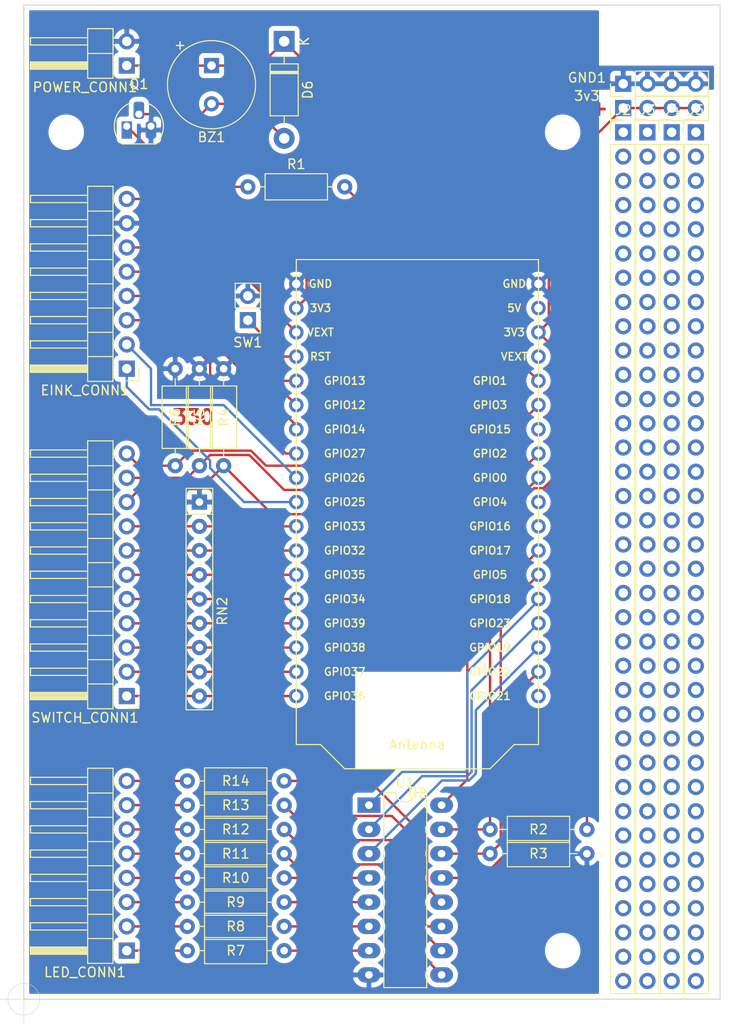
<source format=kicad_pcb>
(kicad_pcb (version 20171130) (host pcbnew 5.1.9+dfsg1-1)
  (layers (0 F.Cu signal) (31 B.Cu signal) (37 F.SilkS user) (38 B.Mask user) (39 F.Mask user) (44 Edge.Cuts user))
  (net 0 "")
  (net 1 "Net-(BZ1-Pad2)")
  (net 2 VCC)
  (net 3 GND)
  (net 4 "Net-(J2-Pad8)")
  (net 5 "Net-(J2-Pad7)")
  (net 6 "Net-(J2-Pad6)")
  (net 7 "Net-(J2-Pad5)")
  (net 8 "Net-(J2-Pad4)")
  (net 9 "Net-(J2-Pad3)")
  (net 10 "Net-(J2-Pad2)")
  (net 11 "Net-(J2-Pad1)")
  (net 12 /SW7)
  (net 13 /SW6)
  (net 14 /SW5)
  (net 15 /SW4)
  (net 16 /SW3)
  (net 17 /SW2)
  (net 18 /SW1)
  (net 19 /SW0)
  (net 20 "Net-(Q1-Pad1)")
  (net 21 /BUZZER)
  (net 22 "Net-(R2-Pad1)")
  (net 23 "Net-(R3-Pad1)")
  (net 24 /SELECT)
  (net 25 /P_PAGE)
  (net 26 /N_PAGE)
  (net 27 /LED0)
  (net 28 /LED1)
  (net 29 /LED2)
  (net 30 /LED3)
  (net 31 /LED4)
  (net 32 /LED5)
  (net 33 /LED6)
  (net 34 /LED7)
  (net 35 "Net-(SW1-Pad1)")
  (net 36 "Net-(U1-Pad13)")
  (net 37 "Net-(U1-Pad3)")
  (net 38 "Net-(U1-Pad2)")
  (net 39 "Net-(U1-Pad1)")
  (net 40 "Net-(U2-Pad35)")
  (net 41 +3V3)
  (net 42 "Net-(U2-Pad30)")
  (net 43 "Net-(U2-Pad27)")
  (net 44 "Net-(U2-Pad26)")
  (net 45 "Net-(U2-Pad19)")
  (net 46 "Net-(LED_CONN1-Pad8)")
  (net 47 "Net-(LED_CONN1-Pad7)")
  (net 48 "Net-(LED_CONN1-Pad6)")
  (net 49 "Net-(LED_CONN1-Pad5)")
  (net 50 "Net-(LED_CONN1-Pad4)")
  (net 51 "Net-(LED_CONN1-Pad3)")
  (net 52 "Net-(LED_CONN1-Pad2)")
  (net 53 "Net-(LED_CONN1-Pad1)")
  (net 54 "Net-(J2-Pad36)")
  (net 55 "Net-(J2-Pad35)")
  (net 56 "Net-(J2-Pad34)")
  (net 57 "Net-(J2-Pad33)")
  (net 58 "Net-(J2-Pad32)")
  (net 59 "Net-(J2-Pad31)")
  (net 60 "Net-(J2-Pad30)")
  (net 61 "Net-(J2-Pad29)")
  (net 62 "Net-(J2-Pad28)")
  (net 63 "Net-(J2-Pad27)")
  (net 64 "Net-(J2-Pad26)")
  (net 65 "Net-(J2-Pad25)")
  (net 66 "Net-(J2-Pad24)")
  (net 67 "Net-(J2-Pad23)")
  (net 68 "Net-(J2-Pad22)")
  (net 69 "Net-(J2-Pad21)")
  (net 70 "Net-(J2-Pad20)")
  (net 71 "Net-(J2-Pad19)")
  (net 72 "Net-(J2-Pad18)")
  (net 73 "Net-(J2-Pad17)")
  (net 74 "Net-(J2-Pad16)")
  (net 75 "Net-(J2-Pad15)")
  (net 76 "Net-(J2-Pad14)")
  (net 77 "Net-(J2-Pad13)")
  (net 78 "Net-(J2-Pad12)")
  (net 79 "Net-(J2-Pad11)")
  (net 80 "Net-(J2-Pad10)")
  (net 81 "Net-(J2-Pad9)")
  (net 82 "Net-(J3-Pad36)")
  (net 83 "Net-(J3-Pad35)")
  (net 84 "Net-(J3-Pad34)")
  (net 85 "Net-(J3-Pad33)")
  (net 86 "Net-(J3-Pad32)")
  (net 87 "Net-(J3-Pad31)")
  (net 88 "Net-(J3-Pad30)")
  (net 89 "Net-(J3-Pad29)")
  (net 90 "Net-(J3-Pad28)")
  (net 91 "Net-(J3-Pad27)")
  (net 92 "Net-(J3-Pad26)")
  (net 93 "Net-(J3-Pad25)")
  (net 94 "Net-(J3-Pad24)")
  (net 95 "Net-(J3-Pad23)")
  (net 96 "Net-(J3-Pad22)")
  (net 97 "Net-(J3-Pad21)")
  (net 98 "Net-(J3-Pad20)")
  (net 99 "Net-(J3-Pad19)")
  (net 100 "Net-(J3-Pad18)")
  (net 101 "Net-(J3-Pad17)")
  (net 102 "Net-(J3-Pad16)")
  (net 103 "Net-(J3-Pad15)")
  (net 104 "Net-(J3-Pad14)")
  (net 105 "Net-(J3-Pad13)")
  (net 106 "Net-(J3-Pad12)")
  (net 107 "Net-(J3-Pad11)")
  (net 108 "Net-(J3-Pad10)")
  (net 109 "Net-(J3-Pad9)")
  (net 110 "Net-(J3-Pad8)")
  (net 111 "Net-(J3-Pad7)")
  (net 112 "Net-(J3-Pad6)")
  (net 113 "Net-(J3-Pad5)")
  (net 114 "Net-(J3-Pad4)")
  (net 115 "Net-(J3-Pad3)")
  (net 116 "Net-(J3-Pad2)")
  (net 117 "Net-(J3-Pad1)")
  (net 118 "Net-(J4-Pad36)")
  (net 119 "Net-(J4-Pad35)")
  (net 120 "Net-(J4-Pad34)")
  (net 121 "Net-(J4-Pad33)")
  (net 122 "Net-(J4-Pad32)")
  (net 123 "Net-(J4-Pad31)")
  (net 124 "Net-(J4-Pad30)")
  (net 125 "Net-(J4-Pad29)")
  (net 126 "Net-(J4-Pad28)")
  (net 127 "Net-(J4-Pad27)")
  (net 128 "Net-(J4-Pad26)")
  (net 129 "Net-(J4-Pad25)")
  (net 130 "Net-(J4-Pad24)")
  (net 131 "Net-(J4-Pad23)")
  (net 132 "Net-(J4-Pad22)")
  (net 133 "Net-(J4-Pad21)")
  (net 134 "Net-(J4-Pad20)")
  (net 135 "Net-(J4-Pad19)")
  (net 136 "Net-(J4-Pad18)")
  (net 137 "Net-(J4-Pad17)")
  (net 138 "Net-(J4-Pad16)")
  (net 139 "Net-(J4-Pad15)")
  (net 140 "Net-(J4-Pad14)")
  (net 141 "Net-(J4-Pad13)")
  (net 142 "Net-(J4-Pad12)")
  (net 143 "Net-(J4-Pad11)")
  (net 144 "Net-(J4-Pad10)")
  (net 145 "Net-(J4-Pad9)")
  (net 146 "Net-(J4-Pad8)")
  (net 147 "Net-(J4-Pad7)")
  (net 148 "Net-(J4-Pad6)")
  (net 149 "Net-(J4-Pad5)")
  (net 150 "Net-(J4-Pad4)")
  (net 151 "Net-(J4-Pad3)")
  (net 152 "Net-(J4-Pad2)")
  (net 153 "Net-(J4-Pad1)")
  (net 154 "Net-(J5-Pad36)")
  (net 155 "Net-(J5-Pad35)")
  (net 156 "Net-(J5-Pad34)")
  (net 157 "Net-(J5-Pad33)")
  (net 158 "Net-(J5-Pad32)")
  (net 159 "Net-(J5-Pad31)")
  (net 160 "Net-(J5-Pad30)")
  (net 161 "Net-(J5-Pad29)")
  (net 162 "Net-(J5-Pad28)")
  (net 163 "Net-(J5-Pad27)")
  (net 164 "Net-(J5-Pad26)")
  (net 165 "Net-(J5-Pad25)")
  (net 166 "Net-(J5-Pad24)")
  (net 167 "Net-(J5-Pad23)")
  (net 168 "Net-(J5-Pad22)")
  (net 169 "Net-(J5-Pad21)")
  (net 170 "Net-(J5-Pad20)")
  (net 171 "Net-(J5-Pad19)")
  (net 172 "Net-(J5-Pad18)")
  (net 173 "Net-(J5-Pad17)")
  (net 174 "Net-(J5-Pad16)")
  (net 175 "Net-(J5-Pad15)")
  (net 176 "Net-(J5-Pad14)")
  (net 177 "Net-(J5-Pad13)")
  (net 178 "Net-(J5-Pad12)")
  (net 179 "Net-(J5-Pad11)")
  (net 180 "Net-(J5-Pad10)")
  (net 181 "Net-(J5-Pad9)")
  (net 182 "Net-(J5-Pad8)")
  (net 183 "Net-(J5-Pad7)")
  (net 184 "Net-(J5-Pad6)")
  (net 185 "Net-(J5-Pad5)")
  (net 186 "Net-(J5-Pad4)")
  (net 187 "Net-(J5-Pad3)")
  (net 188 "Net-(J5-Pad2)")
  (net 189 "Net-(J5-Pad1)")
  (net 190 "Net-(EINK_CONN1-Pad6)")
  (net 191 "Net-(EINK_CONN1-Pad5)")
  (net 192 "Net-(EINK_CONN1-Pad4)")
  (net 193 "Net-(EINK_CONN1-Pad3)")
  (net 194 "Net-(EINK_CONN1-Pad2)")
  (net 195 "Net-(EINK_CONN1-Pad1)")
  (module Resistor_THT:R_Axial_DIN0207_L6.3mm_D2.5mm_P10.16mm_Horizontal (layer F.Cu) (at 30.48 78.74 270)
    (fp_text reference R5 (at 5.08 0 90) (layer F.SilkS))
    (fp_text value 330)
    (pad 2 thru_hole oval (at 10.16 0 270) (size 1.6 1.6) (drill 0.8) (layers *.Cu *.Mask) (net 25 /P_PAGE))
    (pad 1 thru_hole circle (at 0 0 270) (size 1.6 1.6) (drill 0.8) (layers *.Cu *.Mask) (net 3 GND))
  )
  (module Connector_PinHeader_2.54mm:PinHeader_1x04_P2.54mm_Vertical (layer F.Cu) (at 74.93 48.895 90)
    (fp_text reference GND1 (at 0.635 -3.81 180) (layer F.SilkS))
    (fp_text value "BREAD GND")
    (pad 1 thru_hole rect (at 0 0 90) (size 1.7 1.7) (drill 1) (layers *.Cu *.Mask) (net 3 GND))
    (pad 2 thru_hole oval (at 0 2.54 90) (size 1.7 1.7) (drill 1) (layers *.Cu *.Mask) (net 3 GND))
    (pad 3 thru_hole oval (at 0 5.08 90) (size 1.7 1.7) (drill 1) (layers *.Cu *.Mask) (net 3 GND))
    (pad 4 thru_hole oval (at 0 7.62 90) (size 1.7 1.7) (drill 1) (layers *.Cu *.Mask) (net 3 GND))
  )
  (module Connector_PinHeader_2.54mm:PinHeader_1x04_P2.54mm_Vertical (layer F.Cu) (at 74.93 51.435 90)
    (fp_text reference 3v3 (at 1.27 -3.81 180) (layer F.SilkS))
    (fp_text value "BREAD 3v3")
    (pad 1 thru_hole rect (at 0 0 90) (size 1.7 1.7) (drill 1) (layers *.Cu *.Mask) (net 41 +3V3))
    (pad 2 thru_hole oval (at 0 2.54 90) (size 1.7 1.7) (drill 1) (layers *.Cu *.Mask) (net 41 +3V3))
    (pad 3 thru_hole oval (at 0 5.08 90) (size 1.7 1.7) (drill 1) (layers *.Cu *.Mask) (net 41 +3V3))
    (pad 4 thru_hole oval (at 0 7.62 90) (size 1.7 1.7) (drill 1) (layers *.Cu *.Mask) (net 41 +3V3))
  )
  (module MountingHole:MountingHole_2.7mm_M2.5 (layer F.Cu) (at 68.58 139.7)
    (fp_text reference H4 hide)
    (fp_text value MountingHole)
    (pad 1 np_thru_hole circle (at 0 0) (size 2.7 2.7) (drill 2.7) (layers *.Cu *.Mask))
  )
  (module MountingHole:MountingHole_2.7mm_M2.5 (layer F.Cu) (at 68.58 53.975)
    (fp_text reference H3 hide)
    (fp_text value MountingHole)
    (pad 1 np_thru_hole circle (at 0 0) (size 2.7 2.7) (drill 2.7) (layers *.Cu *.Mask))
  )
  (module MountingHole:MountingHole_2.7mm_M2.5 (layer F.Cu) (at 16.51 53.975)
    (fp_text reference H1 hide)
    (fp_text value MountingHole)
    (pad 1 np_thru_hole circle (at 0 0) (size 2.7 2.7) (drill 2.7) (layers *.Cu *.Mask))
  )
  (module Connector_PinHeader_2.54mm:PinHeader_1x36_P2.54mm_Vertical (layer F.Cu) (at 82.55 53.975)
    (fp_text reference J5 (at 0 -2.33) (layer F.SilkS))
    (fp_text value BREADBOARD)
    (pad 36 thru_hole oval (at 0 88.9) (size 1.7 1.7) (drill 1) (layers *.Cu *.Mask) (net 154 "Net-(J5-Pad36)"))
    (pad 35 thru_hole oval (at 0 86.36) (size 1.7 1.7) (drill 1) (layers *.Cu *.Mask) (net 155 "Net-(J5-Pad35)"))
    (pad 34 thru_hole oval (at 0 83.82) (size 1.7 1.7) (drill 1) (layers *.Cu *.Mask) (net 156 "Net-(J5-Pad34)"))
    (pad 33 thru_hole oval (at 0 81.28) (size 1.7 1.7) (drill 1) (layers *.Cu *.Mask) (net 157 "Net-(J5-Pad33)"))
    (pad 32 thru_hole oval (at 0 78.74) (size 1.7 1.7) (drill 1) (layers *.Cu *.Mask) (net 158 "Net-(J5-Pad32)"))
    (pad 31 thru_hole oval (at 0 76.2) (size 1.7 1.7) (drill 1) (layers *.Cu *.Mask) (net 159 "Net-(J5-Pad31)"))
    (pad 30 thru_hole oval (at 0 73.66) (size 1.7 1.7) (drill 1) (layers *.Cu *.Mask) (net 160 "Net-(J5-Pad30)"))
    (pad 29 thru_hole oval (at 0 71.12) (size 1.7 1.7) (drill 1) (layers *.Cu *.Mask) (net 161 "Net-(J5-Pad29)"))
    (pad 28 thru_hole oval (at 0 68.58) (size 1.7 1.7) (drill 1) (layers *.Cu *.Mask) (net 162 "Net-(J5-Pad28)"))
    (pad 27 thru_hole oval (at 0 66.04) (size 1.7 1.7) (drill 1) (layers *.Cu *.Mask) (net 163 "Net-(J5-Pad27)"))
    (pad 26 thru_hole oval (at 0 63.5) (size 1.7 1.7) (drill 1) (layers *.Cu *.Mask) (net 164 "Net-(J5-Pad26)"))
    (pad 25 thru_hole oval (at 0 60.96) (size 1.7 1.7) (drill 1) (layers *.Cu *.Mask) (net 165 "Net-(J5-Pad25)"))
    (pad 24 thru_hole oval (at 0 58.42) (size 1.7 1.7) (drill 1) (layers *.Cu *.Mask) (net 166 "Net-(J5-Pad24)"))
    (pad 23 thru_hole oval (at 0 55.88) (size 1.7 1.7) (drill 1) (layers *.Cu *.Mask) (net 167 "Net-(J5-Pad23)"))
    (pad 22 thru_hole oval (at 0 53.34) (size 1.7 1.7) (drill 1) (layers *.Cu *.Mask) (net 168 "Net-(J5-Pad22)"))
    (pad 21 thru_hole oval (at 0 50.8) (size 1.7 1.7) (drill 1) (layers *.Cu *.Mask) (net 169 "Net-(J5-Pad21)"))
    (pad 20 thru_hole oval (at 0 48.26) (size 1.7 1.7) (drill 1) (layers *.Cu *.Mask) (net 170 "Net-(J5-Pad20)"))
    (pad 19 thru_hole oval (at 0 45.72) (size 1.7 1.7) (drill 1) (layers *.Cu *.Mask) (net 171 "Net-(J5-Pad19)"))
    (pad 18 thru_hole oval (at 0 43.18) (size 1.7 1.7) (drill 1) (layers *.Cu *.Mask) (net 172 "Net-(J5-Pad18)"))
    (pad 17 thru_hole oval (at 0 40.64) (size 1.7 1.7) (drill 1) (layers *.Cu *.Mask) (net 173 "Net-(J5-Pad17)"))
    (pad 16 thru_hole oval (at 0 38.1) (size 1.7 1.7) (drill 1) (layers *.Cu *.Mask) (net 174 "Net-(J5-Pad16)"))
    (pad 15 thru_hole oval (at 0 35.56) (size 1.7 1.7) (drill 1) (layers *.Cu *.Mask) (net 175 "Net-(J5-Pad15)"))
    (pad 14 thru_hole oval (at 0 33.02) (size 1.7 1.7) (drill 1) (layers *.Cu *.Mask) (net 176 "Net-(J5-Pad14)"))
    (pad 13 thru_hole oval (at 0 30.48) (size 1.7 1.7) (drill 1) (layers *.Cu *.Mask) (net 177 "Net-(J5-Pad13)"))
    (pad 12 thru_hole oval (at 0 27.94) (size 1.7 1.7) (drill 1) (layers *.Cu *.Mask) (net 178 "Net-(J5-Pad12)"))
    (pad 11 thru_hole oval (at 0 25.4) (size 1.7 1.7) (drill 1) (layers *.Cu *.Mask) (net 179 "Net-(J5-Pad11)"))
    (pad 10 thru_hole oval (at 0 22.86) (size 1.7 1.7) (drill 1) (layers *.Cu *.Mask) (net 180 "Net-(J5-Pad10)"))
    (pad 9 thru_hole oval (at 0 20.32) (size 1.7 1.7) (drill 1) (layers *.Cu *.Mask) (net 181 "Net-(J5-Pad9)"))
    (pad 8 thru_hole oval (at 0 17.78) (size 1.7 1.7) (drill 1) (layers *.Cu *.Mask) (net 182 "Net-(J5-Pad8)"))
    (pad 7 thru_hole oval (at 0 15.24) (size 1.7 1.7) (drill 1) (layers *.Cu *.Mask) (net 183 "Net-(J5-Pad7)"))
    (pad 6 thru_hole oval (at 0 12.7) (size 1.7 1.7) (drill 1) (layers *.Cu *.Mask) (net 184 "Net-(J5-Pad6)"))
    (pad 5 thru_hole oval (at 0 10.16) (size 1.7 1.7) (drill 1) (layers *.Cu *.Mask) (net 185 "Net-(J5-Pad5)"))
    (pad 4 thru_hole oval (at 0 7.62) (size 1.7 1.7) (drill 1) (layers *.Cu *.Mask) (net 186 "Net-(J5-Pad4)"))
    (pad 3 thru_hole oval (at 0 5.08) (size 1.7 1.7) (drill 1) (layers *.Cu *.Mask) (net 187 "Net-(J5-Pad3)"))
    (pad 2 thru_hole oval (at 0 2.54) (size 1.7 1.7) (drill 1) (layers *.Cu *.Mask) (net 188 "Net-(J5-Pad2)"))
    (pad 1 thru_hole rect (at 0 0) (size 1.7 1.7) (drill 1) (layers *.Cu *.Mask) (net 189 "Net-(J5-Pad1)"))
  )
  (module Connector_PinHeader_2.54mm:PinHeader_1x36_P2.54mm_Vertical (layer F.Cu) (at 80.01 53.975)
    (fp_text reference J4 (at 0 -2.33) (layer F.SilkS))
    (fp_text value BREADBOARD)
    (pad 36 thru_hole oval (at 0 88.9) (size 1.7 1.7) (drill 1) (layers *.Cu *.Mask) (net 118 "Net-(J4-Pad36)"))
    (pad 35 thru_hole oval (at 0 86.36) (size 1.7 1.7) (drill 1) (layers *.Cu *.Mask) (net 119 "Net-(J4-Pad35)"))
    (pad 34 thru_hole oval (at 0 83.82) (size 1.7 1.7) (drill 1) (layers *.Cu *.Mask) (net 120 "Net-(J4-Pad34)"))
    (pad 33 thru_hole oval (at 0 81.28) (size 1.7 1.7) (drill 1) (layers *.Cu *.Mask) (net 121 "Net-(J4-Pad33)"))
    (pad 32 thru_hole oval (at 0 78.74) (size 1.7 1.7) (drill 1) (layers *.Cu *.Mask) (net 122 "Net-(J4-Pad32)"))
    (pad 31 thru_hole oval (at 0 76.2) (size 1.7 1.7) (drill 1) (layers *.Cu *.Mask) (net 123 "Net-(J4-Pad31)"))
    (pad 30 thru_hole oval (at 0 73.66) (size 1.7 1.7) (drill 1) (layers *.Cu *.Mask) (net 124 "Net-(J4-Pad30)"))
    (pad 29 thru_hole oval (at 0 71.12) (size 1.7 1.7) (drill 1) (layers *.Cu *.Mask) (net 125 "Net-(J4-Pad29)"))
    (pad 28 thru_hole oval (at 0 68.58) (size 1.7 1.7) (drill 1) (layers *.Cu *.Mask) (net 126 "Net-(J4-Pad28)"))
    (pad 27 thru_hole oval (at 0 66.04) (size 1.7 1.7) (drill 1) (layers *.Cu *.Mask) (net 127 "Net-(J4-Pad27)"))
    (pad 26 thru_hole oval (at 0 63.5) (size 1.7 1.7) (drill 1) (layers *.Cu *.Mask) (net 128 "Net-(J4-Pad26)"))
    (pad 25 thru_hole oval (at 0 60.96) (size 1.7 1.7) (drill 1) (layers *.Cu *.Mask) (net 129 "Net-(J4-Pad25)"))
    (pad 24 thru_hole oval (at 0 58.42) (size 1.7 1.7) (drill 1) (layers *.Cu *.Mask) (net 130 "Net-(J4-Pad24)"))
    (pad 23 thru_hole oval (at 0 55.88) (size 1.7 1.7) (drill 1) (layers *.Cu *.Mask) (net 131 "Net-(J4-Pad23)"))
    (pad 22 thru_hole oval (at 0 53.34) (size 1.7 1.7) (drill 1) (layers *.Cu *.Mask) (net 132 "Net-(J4-Pad22)"))
    (pad 21 thru_hole oval (at 0 50.8) (size 1.7 1.7) (drill 1) (layers *.Cu *.Mask) (net 133 "Net-(J4-Pad21)"))
    (pad 20 thru_hole oval (at 0 48.26) (size 1.7 1.7) (drill 1) (layers *.Cu *.Mask) (net 134 "Net-(J4-Pad20)"))
    (pad 19 thru_hole oval (at 0 45.72) (size 1.7 1.7) (drill 1) (layers *.Cu *.Mask) (net 135 "Net-(J4-Pad19)"))
    (pad 18 thru_hole oval (at 0 43.18) (size 1.7 1.7) (drill 1) (layers *.Cu *.Mask) (net 136 "Net-(J4-Pad18)"))
    (pad 17 thru_hole oval (at 0 40.64) (size 1.7 1.7) (drill 1) (layers *.Cu *.Mask) (net 137 "Net-(J4-Pad17)"))
    (pad 16 thru_hole oval (at 0 38.1) (size 1.7 1.7) (drill 1) (layers *.Cu *.Mask) (net 138 "Net-(J4-Pad16)"))
    (pad 15 thru_hole oval (at 0 35.56) (size 1.7 1.7) (drill 1) (layers *.Cu *.Mask) (net 139 "Net-(J4-Pad15)"))
    (pad 14 thru_hole oval (at 0 33.02) (size 1.7 1.7) (drill 1) (layers *.Cu *.Mask) (net 140 "Net-(J4-Pad14)"))
    (pad 13 thru_hole oval (at 0 30.48) (size 1.7 1.7) (drill 1) (layers *.Cu *.Mask) (net 141 "Net-(J4-Pad13)"))
    (pad 12 thru_hole oval (at 0 27.94) (size 1.7 1.7) (drill 1) (layers *.Cu *.Mask) (net 142 "Net-(J4-Pad12)"))
    (pad 11 thru_hole oval (at 0 25.4) (size 1.7 1.7) (drill 1) (layers *.Cu *.Mask) (net 143 "Net-(J4-Pad11)"))
    (pad 10 thru_hole oval (at 0 22.86) (size 1.7 1.7) (drill 1) (layers *.Cu *.Mask) (net 144 "Net-(J4-Pad10)"))
    (pad 9 thru_hole oval (at 0 20.32) (size 1.7 1.7) (drill 1) (layers *.Cu *.Mask) (net 145 "Net-(J4-Pad9)"))
    (pad 8 thru_hole oval (at 0 17.78) (size 1.7 1.7) (drill 1) (layers *.Cu *.Mask) (net 146 "Net-(J4-Pad8)"))
    (pad 7 thru_hole oval (at 0 15.24) (size 1.7 1.7) (drill 1) (layers *.Cu *.Mask) (net 147 "Net-(J4-Pad7)"))
    (pad 6 thru_hole oval (at 0 12.7) (size 1.7 1.7) (drill 1) (layers *.Cu *.Mask) (net 148 "Net-(J4-Pad6)"))
    (pad 5 thru_hole oval (at 0 10.16) (size 1.7 1.7) (drill 1) (layers *.Cu *.Mask) (net 149 "Net-(J4-Pad5)"))
    (pad 4 thru_hole oval (at 0 7.62) (size 1.7 1.7) (drill 1) (layers *.Cu *.Mask) (net 150 "Net-(J4-Pad4)"))
    (pad 3 thru_hole oval (at 0 5.08) (size 1.7 1.7) (drill 1) (layers *.Cu *.Mask) (net 151 "Net-(J4-Pad3)"))
    (pad 2 thru_hole oval (at 0 2.54) (size 1.7 1.7) (drill 1) (layers *.Cu *.Mask) (net 152 "Net-(J4-Pad2)"))
    (pad 1 thru_hole rect (at 0 0) (size 1.7 1.7) (drill 1) (layers *.Cu *.Mask) (net 153 "Net-(J4-Pad1)"))
  )
  (module Connector_PinHeader_2.54mm:PinHeader_1x36_P2.54mm_Vertical (layer F.Cu) (at 77.47 53.975)
    (fp_text reference J3 (at 0 -2.33) (layer F.SilkS))
    (fp_text value BREADBOARD)
    (pad 36 thru_hole oval (at 0 88.9) (size 1.7 1.7) (drill 1) (layers *.Cu *.Mask) (net 82 "Net-(J3-Pad36)"))
    (pad 35 thru_hole oval (at 0 86.36) (size 1.7 1.7) (drill 1) (layers *.Cu *.Mask) (net 83 "Net-(J3-Pad35)"))
    (pad 34 thru_hole oval (at 0 83.82) (size 1.7 1.7) (drill 1) (layers *.Cu *.Mask) (net 84 "Net-(J3-Pad34)"))
    (pad 33 thru_hole oval (at 0 81.28) (size 1.7 1.7) (drill 1) (layers *.Cu *.Mask) (net 85 "Net-(J3-Pad33)"))
    (pad 32 thru_hole oval (at 0 78.74) (size 1.7 1.7) (drill 1) (layers *.Cu *.Mask) (net 86 "Net-(J3-Pad32)"))
    (pad 31 thru_hole oval (at 0 76.2) (size 1.7 1.7) (drill 1) (layers *.Cu *.Mask) (net 87 "Net-(J3-Pad31)"))
    (pad 30 thru_hole oval (at 0 73.66) (size 1.7 1.7) (drill 1) (layers *.Cu *.Mask) (net 88 "Net-(J3-Pad30)"))
    (pad 29 thru_hole oval (at 0 71.12) (size 1.7 1.7) (drill 1) (layers *.Cu *.Mask) (net 89 "Net-(J3-Pad29)"))
    (pad 28 thru_hole oval (at 0 68.58) (size 1.7 1.7) (drill 1) (layers *.Cu *.Mask) (net 90 "Net-(J3-Pad28)"))
    (pad 27 thru_hole oval (at 0 66.04) (size 1.7 1.7) (drill 1) (layers *.Cu *.Mask) (net 91 "Net-(J3-Pad27)"))
    (pad 26 thru_hole oval (at 0 63.5) (size 1.7 1.7) (drill 1) (layers *.Cu *.Mask) (net 92 "Net-(J3-Pad26)"))
    (pad 25 thru_hole oval (at 0 60.96) (size 1.7 1.7) (drill 1) (layers *.Cu *.Mask) (net 93 "Net-(J3-Pad25)"))
    (pad 24 thru_hole oval (at 0 58.42) (size 1.7 1.7) (drill 1) (layers *.Cu *.Mask) (net 94 "Net-(J3-Pad24)"))
    (pad 23 thru_hole oval (at 0 55.88) (size 1.7 1.7) (drill 1) (layers *.Cu *.Mask) (net 95 "Net-(J3-Pad23)"))
    (pad 22 thru_hole oval (at 0 53.34) (size 1.7 1.7) (drill 1) (layers *.Cu *.Mask) (net 96 "Net-(J3-Pad22)"))
    (pad 21 thru_hole oval (at 0 50.8) (size 1.7 1.7) (drill 1) (layers *.Cu *.Mask) (net 97 "Net-(J3-Pad21)"))
    (pad 20 thru_hole oval (at 0 48.26) (size 1.7 1.7) (drill 1) (layers *.Cu *.Mask) (net 98 "Net-(J3-Pad20)"))
    (pad 19 thru_hole oval (at 0 45.72) (size 1.7 1.7) (drill 1) (layers *.Cu *.Mask) (net 99 "Net-(J3-Pad19)"))
    (pad 18 thru_hole oval (at 0 43.18) (size 1.7 1.7) (drill 1) (layers *.Cu *.Mask) (net 100 "Net-(J3-Pad18)"))
    (pad 17 thru_hole oval (at 0 40.64) (size 1.7 1.7) (drill 1) (layers *.Cu *.Mask) (net 101 "Net-(J3-Pad17)"))
    (pad 16 thru_hole oval (at 0 38.1) (size 1.7 1.7) (drill 1) (layers *.Cu *.Mask) (net 102 "Net-(J3-Pad16)"))
    (pad 15 thru_hole oval (at 0 35.56) (size 1.7 1.7) (drill 1) (layers *.Cu *.Mask) (net 103 "Net-(J3-Pad15)"))
    (pad 14 thru_hole oval (at 0 33.02) (size 1.7 1.7) (drill 1) (layers *.Cu *.Mask) (net 104 "Net-(J3-Pad14)"))
    (pad 13 thru_hole oval (at 0 30.48) (size 1.7 1.7) (drill 1) (layers *.Cu *.Mask) (net 105 "Net-(J3-Pad13)"))
    (pad 12 thru_hole oval (at 0 27.94) (size 1.7 1.7) (drill 1) (layers *.Cu *.Mask) (net 106 "Net-(J3-Pad12)"))
    (pad 11 thru_hole oval (at 0 25.4) (size 1.7 1.7) (drill 1) (layers *.Cu *.Mask) (net 107 "Net-(J3-Pad11)"))
    (pad 10 thru_hole oval (at 0 22.86) (size 1.7 1.7) (drill 1) (layers *.Cu *.Mask) (net 108 "Net-(J3-Pad10)"))
    (pad 9 thru_hole oval (at 0 20.32) (size 1.7 1.7) (drill 1) (layers *.Cu *.Mask) (net 109 "Net-(J3-Pad9)"))
    (pad 8 thru_hole oval (at 0 17.78) (size 1.7 1.7) (drill 1) (layers *.Cu *.Mask) (net 110 "Net-(J3-Pad8)"))
    (pad 7 thru_hole oval (at 0 15.24) (size 1.7 1.7) (drill 1) (layers *.Cu *.Mask) (net 111 "Net-(J3-Pad7)"))
    (pad 6 thru_hole oval (at 0 12.7) (size 1.7 1.7) (drill 1) (layers *.Cu *.Mask) (net 112 "Net-(J3-Pad6)"))
    (pad 5 thru_hole oval (at 0 10.16) (size 1.7 1.7) (drill 1) (layers *.Cu *.Mask) (net 113 "Net-(J3-Pad5)"))
    (pad 4 thru_hole oval (at 0 7.62) (size 1.7 1.7) (drill 1) (layers *.Cu *.Mask) (net 114 "Net-(J3-Pad4)"))
    (pad 3 thru_hole oval (at 0 5.08) (size 1.7 1.7) (drill 1) (layers *.Cu *.Mask) (net 115 "Net-(J3-Pad3)"))
    (pad 2 thru_hole oval (at 0 2.54) (size 1.7 1.7) (drill 1) (layers *.Cu *.Mask) (net 116 "Net-(J3-Pad2)"))
    (pad 1 thru_hole rect (at 0 0) (size 1.7 1.7) (drill 1) (layers *.Cu *.Mask) (net 117 "Net-(J3-Pad1)"))
  )
  (module Connector_PinHeader_2.54mm:PinHeader_1x36_P2.54mm_Vertical (layer F.Cu) (at 74.93 53.975)
    (fp_text reference J2 (at 0 -2.33) (layer F.SilkS))
    (fp_text value BREADBOARD)
    (pad 36 thru_hole oval (at 0 88.9) (size 1.7 1.7) (drill 1) (layers *.Cu *.Mask) (net 54 "Net-(J2-Pad36)"))
    (pad 35 thru_hole oval (at 0 86.36) (size 1.7 1.7) (drill 1) (layers *.Cu *.Mask) (net 55 "Net-(J2-Pad35)"))
    (pad 34 thru_hole oval (at 0 83.82) (size 1.7 1.7) (drill 1) (layers *.Cu *.Mask) (net 56 "Net-(J2-Pad34)"))
    (pad 33 thru_hole oval (at 0 81.28) (size 1.7 1.7) (drill 1) (layers *.Cu *.Mask) (net 57 "Net-(J2-Pad33)"))
    (pad 32 thru_hole oval (at 0 78.74) (size 1.7 1.7) (drill 1) (layers *.Cu *.Mask) (net 58 "Net-(J2-Pad32)"))
    (pad 31 thru_hole oval (at 0 76.2) (size 1.7 1.7) (drill 1) (layers *.Cu *.Mask) (net 59 "Net-(J2-Pad31)"))
    (pad 30 thru_hole oval (at 0 73.66) (size 1.7 1.7) (drill 1) (layers *.Cu *.Mask) (net 60 "Net-(J2-Pad30)"))
    (pad 29 thru_hole oval (at 0 71.12) (size 1.7 1.7) (drill 1) (layers *.Cu *.Mask) (net 61 "Net-(J2-Pad29)"))
    (pad 28 thru_hole oval (at 0 68.58) (size 1.7 1.7) (drill 1) (layers *.Cu *.Mask) (net 62 "Net-(J2-Pad28)"))
    (pad 27 thru_hole oval (at 0 66.04) (size 1.7 1.7) (drill 1) (layers *.Cu *.Mask) (net 63 "Net-(J2-Pad27)"))
    (pad 26 thru_hole oval (at 0 63.5) (size 1.7 1.7) (drill 1) (layers *.Cu *.Mask) (net 64 "Net-(J2-Pad26)"))
    (pad 25 thru_hole oval (at 0 60.96) (size 1.7 1.7) (drill 1) (layers *.Cu *.Mask) (net 65 "Net-(J2-Pad25)"))
    (pad 24 thru_hole oval (at 0 58.42) (size 1.7 1.7) (drill 1) (layers *.Cu *.Mask) (net 66 "Net-(J2-Pad24)"))
    (pad 23 thru_hole oval (at 0 55.88) (size 1.7 1.7) (drill 1) (layers *.Cu *.Mask) (net 67 "Net-(J2-Pad23)"))
    (pad 22 thru_hole oval (at 0 53.34) (size 1.7 1.7) (drill 1) (layers *.Cu *.Mask) (net 68 "Net-(J2-Pad22)"))
    (pad 21 thru_hole oval (at 0 50.8) (size 1.7 1.7) (drill 1) (layers *.Cu *.Mask) (net 69 "Net-(J2-Pad21)"))
    (pad 20 thru_hole oval (at 0 48.26) (size 1.7 1.7) (drill 1) (layers *.Cu *.Mask) (net 70 "Net-(J2-Pad20)"))
    (pad 19 thru_hole oval (at 0 45.72) (size 1.7 1.7) (drill 1) (layers *.Cu *.Mask) (net 71 "Net-(J2-Pad19)"))
    (pad 18 thru_hole oval (at 0 43.18) (size 1.7 1.7) (drill 1) (layers *.Cu *.Mask) (net 72 "Net-(J2-Pad18)"))
    (pad 17 thru_hole oval (at 0 40.64) (size 1.7 1.7) (drill 1) (layers *.Cu *.Mask) (net 73 "Net-(J2-Pad17)"))
    (pad 16 thru_hole oval (at 0 38.1) (size 1.7 1.7) (drill 1) (layers *.Cu *.Mask) (net 74 "Net-(J2-Pad16)"))
    (pad 15 thru_hole oval (at 0 35.56) (size 1.7 1.7) (drill 1) (layers *.Cu *.Mask) (net 75 "Net-(J2-Pad15)"))
    (pad 14 thru_hole oval (at 0 33.02) (size 1.7 1.7) (drill 1) (layers *.Cu *.Mask) (net 76 "Net-(J2-Pad14)"))
    (pad 13 thru_hole oval (at 0 30.48) (size 1.7 1.7) (drill 1) (layers *.Cu *.Mask) (net 77 "Net-(J2-Pad13)"))
    (pad 12 thru_hole oval (at 0 27.94) (size 1.7 1.7) (drill 1) (layers *.Cu *.Mask) (net 78 "Net-(J2-Pad12)"))
    (pad 11 thru_hole oval (at 0 25.4) (size 1.7 1.7) (drill 1) (layers *.Cu *.Mask) (net 79 "Net-(J2-Pad11)"))
    (pad 10 thru_hole oval (at 0 22.86) (size 1.7 1.7) (drill 1) (layers *.Cu *.Mask) (net 80 "Net-(J2-Pad10)"))
    (pad 9 thru_hole oval (at 0 20.32) (size 1.7 1.7) (drill 1) (layers *.Cu *.Mask) (net 81 "Net-(J2-Pad9)"))
    (pad 8 thru_hole oval (at 0 17.78) (size 1.7 1.7) (drill 1) (layers *.Cu *.Mask) (net 4 "Net-(J2-Pad8)"))
    (pad 7 thru_hole oval (at 0 15.24) (size 1.7 1.7) (drill 1) (layers *.Cu *.Mask) (net 5 "Net-(J2-Pad7)"))
    (pad 6 thru_hole oval (at 0 12.7) (size 1.7 1.7) (drill 1) (layers *.Cu *.Mask) (net 6 "Net-(J2-Pad6)"))
    (pad 5 thru_hole oval (at 0 10.16) (size 1.7 1.7) (drill 1) (layers *.Cu *.Mask) (net 7 "Net-(J2-Pad5)"))
    (pad 4 thru_hole oval (at 0 7.62) (size 1.7 1.7) (drill 1) (layers *.Cu *.Mask) (net 8 "Net-(J2-Pad4)"))
    (pad 3 thru_hole oval (at 0 5.08) (size 1.7 1.7) (drill 1) (layers *.Cu *.Mask) (net 9 "Net-(J2-Pad3)"))
    (pad 2 thru_hole oval (at 0 2.54) (size 1.7 1.7) (drill 1) (layers *.Cu *.Mask) (net 10 "Net-(J2-Pad2)"))
    (pad 1 thru_hole rect (at 0 0) (size 1.7 1.7) (drill 1) (layers *.Cu *.Mask) (net 11 "Net-(J2-Pad1)"))
  )
  (module Connector_PinHeader_2.54mm:PinHeader_1x02_P2.54mm_Horizontal (layer F.Cu) (at 22.86 46.99 180)
    (fp_text reference POWER_CONN1 (at 4.385 -2.27) (layer F.SilkS))
    (fp_text value Conn_01x02)
    (pad 2 thru_hole oval (at 0 2.54 180) (size 1.7 1.7) (drill 1) (layers *.Cu *.Mask) (net 3 GND))
    (pad 1 thru_hole rect (at 0 0 180) (size 1.7 1.7) (drill 1) (layers *.Cu *.Mask) (net 41 +3V3))
  )
  (module Package_DIP:DIP-16_W7.62mm_LongPads (layer F.Cu) (at 48.26 124.46)
    (fp_text reference U1 (at 3.81 -2.33) (layer F.SilkS))
    (fp_text value 74LS259)
    (pad 16 thru_hole oval (at 7.62 0) (size 2.4 1.6) (drill 0.8) (layers *.Cu *.Mask) (net 41 +3V3))
    (pad 8 thru_hole oval (at 0 17.78) (size 2.4 1.6) (drill 0.8) (layers *.Cu *.Mask) (net 3 GND))
    (pad 15 thru_hole oval (at 7.62 2.54) (size 2.4 1.6) (drill 0.8) (layers *.Cu *.Mask) (net 22 "Net-(R2-Pad1)"))
    (pad 7 thru_hole oval (at 0 15.24) (size 2.4 1.6) (drill 0.8) (layers *.Cu *.Mask) (net 27 /LED0))
    (pad 14 thru_hole oval (at 7.62 5.08) (size 2.4 1.6) (drill 0.8) (layers *.Cu *.Mask) (net 23 "Net-(R3-Pad1)"))
    (pad 6 thru_hole oval (at 0 12.7) (size 2.4 1.6) (drill 0.8) (layers *.Cu *.Mask) (net 28 /LED1))
    (pad 13 thru_hole oval (at 7.62 7.62) (size 2.4 1.6) (drill 0.8) (layers *.Cu *.Mask) (net 36 "Net-(U1-Pad13)"))
    (pad 5 thru_hole oval (at 0 10.16) (size 2.4 1.6) (drill 0.8) (layers *.Cu *.Mask) (net 29 /LED2))
    (pad 12 thru_hole oval (at 7.62 10.16) (size 2.4 1.6) (drill 0.8) (layers *.Cu *.Mask) (net 34 /LED7))
    (pad 4 thru_hole oval (at 0 7.62) (size 2.4 1.6) (drill 0.8) (layers *.Cu *.Mask) (net 30 /LED3))
    (pad 11 thru_hole oval (at 7.62 12.7) (size 2.4 1.6) (drill 0.8) (layers *.Cu *.Mask) (net 33 /LED6))
    (pad 3 thru_hole oval (at 0 5.08) (size 2.4 1.6) (drill 0.8) (layers *.Cu *.Mask) (net 37 "Net-(U1-Pad3)"))
    (pad 10 thru_hole oval (at 7.62 15.24) (size 2.4 1.6) (drill 0.8) (layers *.Cu *.Mask) (net 32 /LED5))
    (pad 2 thru_hole oval (at 0 2.54) (size 2.4 1.6) (drill 0.8) (layers *.Cu *.Mask) (net 38 "Net-(U1-Pad2)"))
    (pad 9 thru_hole oval (at 7.62 17.78) (size 2.4 1.6) (drill 0.8) (layers *.Cu *.Mask) (net 31 /LED4))
    (pad 1 thru_hole rect (at 0 0) (size 2.4 1.6) (drill 0.8) (layers *.Cu *.Mask) (net 39 "Net-(U1-Pad1)"))
  )
  (module Connector_PinHeader_2.54mm:PinHeader_1x11_P2.54mm_Horizontal (layer F.Cu) (at 22.86 113.03 180)
    (fp_text reference SWITCH_CONN1 (at 4.385 -2.27) (layer F.SilkS))
    (fp_text value Conn_01x08)
    (pad 11 thru_hole oval (at 0 25.4 180) (size 1.7 1.7) (drill 1) (layers *.Cu *.Mask) (net 26 /N_PAGE))
    (pad 10 thru_hole oval (at 0 22.86 180) (size 1.7 1.7) (drill 1) (layers *.Cu *.Mask) (net 25 /P_PAGE))
    (pad 9 thru_hole oval (at 0 20.32 180) (size 1.7 1.7) (drill 1) (layers *.Cu *.Mask) (net 24 /SELECT))
    (pad 8 thru_hole oval (at 0 17.78 180) (size 1.7 1.7) (drill 1) (layers *.Cu *.Mask) (net 12 /SW7))
    (pad 7 thru_hole oval (at 0 15.24 180) (size 1.7 1.7) (drill 1) (layers *.Cu *.Mask) (net 13 /SW6))
    (pad 6 thru_hole oval (at 0 12.7 180) (size 1.7 1.7) (drill 1) (layers *.Cu *.Mask) (net 14 /SW5))
    (pad 5 thru_hole oval (at 0 10.16 180) (size 1.7 1.7) (drill 1) (layers *.Cu *.Mask) (net 15 /SW4))
    (pad 4 thru_hole oval (at 0 7.62 180) (size 1.7 1.7) (drill 1) (layers *.Cu *.Mask) (net 16 /SW3))
    (pad 3 thru_hole oval (at 0 5.08 180) (size 1.7 1.7) (drill 1) (layers *.Cu *.Mask) (net 17 /SW2))
    (pad 2 thru_hole oval (at 0 2.54 180) (size 1.7 1.7) (drill 1) (layers *.Cu *.Mask) (net 18 /SW1))
    (pad 1 thru_hole rect (at 0 0 180) (size 1.7 1.7) (drill 1) (layers *.Cu *.Mask) (net 19 /SW0))
  )
  (module schematics:Heltec_WiFi_Kit_32 (layer F.Cu) (at 53.34 95.25)
    (fp_text reference U2 (at 0 27.94) (layer F.SilkS))
    (fp_text value Heltec_Wifi_Kit_32_V2)
    (fp_text user Antenna (at 0 22.86) (layer F.SilkS))
    (fp_text user GPIO21 (at 7.62 17.78) (layer F.SilkS) (effects (font (size 0.8 0.8))))
    (fp_text user GPIO22 (at 7.62 15.24) (layer F.SilkS) (effects (font (size 0.8 0.8))))
    (fp_text user GPIO19 (at 7.62 12.7) (layer F.SilkS) (effects (font (size 0.8 0.8))))
    (fp_text user GPIO23 (at 7.62 10.16) (layer F.SilkS) (effects (font (size 0.8 0.8))))
    (fp_text user GPIO18 (at 7.62 7.62) (layer F.SilkS) (effects (font (size 0.8 0.8))))
    (fp_text user GPIO5 (at 7.62 5.08) (layer F.SilkS) (effects (font (size 0.8 0.8))))
    (fp_text user GPIO17 (at 7.62 2.54) (layer F.SilkS) (effects (font (size 0.8 0.8))))
    (fp_text user GPIO16 (at 7.62 0) (layer F.SilkS) (effects (font (size 0.8 0.8))))
    (fp_text user GPIO4 (at 7.62 -2.54) (layer F.SilkS) (effects (font (size 0.8 0.8))))
    (fp_text user GPIO0 (at 7.62 -5.08) (layer F.SilkS) (effects (font (size 0.8 0.8))))
    (fp_text user GPIO2 (at 7.62 -7.62) (layer F.SilkS) (effects (font (size 0.8 0.8))))
    (fp_text user GPIO15 (at 7.62 -10.16) (layer F.SilkS) (effects (font (size 0.8 0.8))))
    (fp_text user GPIO3 (at 7.62 -12.7) (layer F.SilkS) (effects (font (size 0.8 0.8))))
    (fp_text user GPIO1 (at 7.62 -15.24) (layer F.SilkS) (effects (font (size 0.8 0.8))))
    (fp_text user VEXT (at 10.16 -17.78) (layer F.SilkS) (effects (font (size 0.8 0.8))))
    (fp_text user 3V3 (at 10.16 -20.32) (layer F.SilkS) (effects (font (size 0.8 0.8))))
    (fp_text user 5V (at 10.16 -22.86) (layer F.SilkS) (effects (font (size 0.8 0.8))))
    (fp_text user GND (at 10.16 -25.4) (layer F.SilkS) (effects (font (size 0.8 0.8))))
    (fp_text user GPIO36 (at -7.62 17.78) (layer F.SilkS) (effects (font (size 0.8 0.8))))
    (fp_text user GPIO37 (at -7.62 15.24) (layer F.SilkS) (effects (font (size 0.8 0.8))))
    (fp_text user GPIO38 (at -7.62 12.7) (layer F.SilkS) (effects (font (size 0.8 0.8))))
    (fp_text user GPIO39 (at -7.62 10.16) (layer F.SilkS) (effects (font (size 0.8 0.8))))
    (fp_text user GPIO34 (at -7.62 7.62) (layer F.SilkS) (effects (font (size 0.8 0.8))))
    (fp_text user GPIO35 (at -7.62 5.08) (layer F.SilkS) (effects (font (size 0.8 0.8))))
    (fp_text user GPIO32 (at -7.62 2.54) (layer F.SilkS) (effects (font (size 0.8 0.8))))
    (fp_text user GPIO33 (at -7.62 0) (layer F.SilkS) (effects (font (size 0.8 0.8))))
    (fp_text user GPIO25 (at -7.62 -2.54) (layer F.SilkS) (effects (font (size 0.8 0.8))))
    (fp_text user GPIO26 (at -7.62 -5.08) (layer F.SilkS) (effects (font (size 0.8 0.8))))
    (fp_text user GPIO27 (at -7.62 -7.62) (layer F.SilkS) (effects (font (size 0.8 0.8))))
    (fp_text user GPIO14 (at -7.62 -10.16) (layer F.SilkS) (effects (font (size 0.8 0.8))))
    (fp_text user GPIO12 (at -7.62 -12.7) (layer F.SilkS) (effects (font (size 0.8 0.8))))
    (fp_text user GPIO13 (at -7.62 -15.24) (layer F.SilkS) (effects (font (size 0.8 0.8))))
    (fp_text user RST (at -10.16 -17.78) (layer F.SilkS) (effects (font (size 0.8 0.8))))
    (fp_text user 3V3 (at -10.16 -22.86) (layer F.SilkS) (effects (font (size 0.8 0.8))))
    (fp_text user VEXT (at -10.16 -20.32) (layer F.SilkS) (effects (font (size 0.8 0.8))))
    (fp_text user GND (at -10.16 -25.4) (layer F.SilkS) (effects (font (size 0.8 0.8))))
    (pad 36 thru_hole circle (at 12.7 -25.4) (size 1.524 1.524) (drill 0.9) (layers *.Cu *.Mask) (net 3 GND))
    (pad 35 thru_hole circle (at 12.7 -22.86) (size 1.524 1.524) (drill 0.9) (layers *.Cu *.Mask) (net 40 "Net-(U2-Pad35)"))
    (pad 34 thru_hole circle (at 12.7 -20.32) (size 1.524 1.524) (drill 0.9) (layers *.Cu *.Mask) (net 41 +3V3))
    (pad 33 thru_hole circle (at 12.7 -17.78) (size 1.524 1.524) (drill 0.9) (layers *.Cu *.Mask) (net 2 VCC))
    (pad 32 thru_hole circle (at 12.7 -15.24) (size 1.524 1.524) (drill 0.9) (layers *.Cu *.Mask) (net 21 /BUZZER))
    (pad 31 thru_hole circle (at 12.7 -12.7) (size 1.524 1.524) (drill 0.9) (layers *.Cu *.Mask) (net 26 /N_PAGE))
    (pad 30 thru_hole circle (at 12.7 -10.16) (size 1.524 1.524) (drill 0.9) (layers *.Cu *.Mask) (net 42 "Net-(U2-Pad30)"))
    (pad 29 thru_hole circle (at 12.7 -7.62) (size 1.524 1.524) (drill 0.9) (layers *.Cu *.Mask) (net 25 /P_PAGE))
    (pad 28 thru_hole circle (at 12.7 -5.08) (size 1.524 1.524) (drill 0.9) (layers *.Cu *.Mask) (net 24 /SELECT))
    (pad 27 thru_hole circle (at 12.7 -2.54) (size 1.524 1.524) (drill 0.9) (layers *.Cu *.Mask) (net 43 "Net-(U2-Pad27)"))
    (pad 26 thru_hole circle (at 12.7 0) (size 1.524 1.524) (drill 0.9) (layers *.Cu *.Mask) (net 44 "Net-(U2-Pad26)"))
    (pad 25 thru_hole circle (at 12.7 2.54) (size 1.524 1.524) (drill 0.9) (layers *.Cu *.Mask) (net 22 "Net-(R2-Pad1)"))
    (pad 24 thru_hole circle (at 12.7 5.08) (size 1.524 1.524) (drill 0.9) (layers *.Cu *.Mask) (net 23 "Net-(R3-Pad1)"))
    (pad 23 thru_hole circle (at 12.7 7.62) (size 1.524 1.524) (drill 0.9) (layers *.Cu *.Mask) (net 39 "Net-(U1-Pad1)"))
    (pad 22 thru_hole circle (at 12.7 10.16) (size 1.524 1.524) (drill 0.9) (layers *.Cu *.Mask) (net 38 "Net-(U1-Pad2)"))
    (pad 21 thru_hole circle (at 12.7 12.7) (size 1.524 1.524) (drill 0.9) (layers *.Cu *.Mask) (net 37 "Net-(U1-Pad3)"))
    (pad 20 thru_hole circle (at 12.7 15.24) (size 1.524 1.524) (drill 0.9) (layers *.Cu *.Mask) (net 36 "Net-(U1-Pad13)"))
    (pad 19 thru_hole circle (at 12.7 17.78) (size 1.524 1.524) (drill 0.9) (layers *.Cu *.Mask) (net 45 "Net-(U2-Pad19)"))
    (pad 18 thru_hole circle (at -12.7 17.78) (size 1.524 1.524) (drill 0.9) (layers *.Cu *.Mask) (net 19 /SW0))
    (pad 17 thru_hole circle (at -12.7 15.24) (size 1.524 1.524) (drill 0.9) (layers *.Cu *.Mask) (net 18 /SW1))
    (pad 16 thru_hole circle (at -12.7 12.7) (size 1.524 1.524) (drill 0.9) (layers *.Cu *.Mask) (net 17 /SW2))
    (pad 15 thru_hole circle (at -12.7 10.16) (size 1.524 1.524) (drill 0.9) (layers *.Cu *.Mask) (net 16 /SW3))
    (pad 14 thru_hole circle (at -12.7 7.62) (size 1.524 1.524) (drill 0.9) (layers *.Cu *.Mask) (net 15 /SW4))
    (pad 13 thru_hole circle (at -12.7 5.08) (size 1.524 1.524) (drill 0.9) (layers *.Cu *.Mask) (net 14 /SW5))
    (pad 12 thru_hole circle (at -12.7 2.54) (size 1.524 1.524) (drill 0.9) (layers *.Cu *.Mask) (net 13 /SW6))
    (pad 11 thru_hole circle (at -12.7 0) (size 1.524 1.524) (drill 0.9) (layers *.Cu *.Mask) (net 12 /SW7))
    (pad 10 thru_hole circle (at -12.7 -2.54) (size 1.524 1.524) (drill 0.9) (layers *.Cu *.Mask) (net 195 "Net-(EINK_CONN1-Pad1)"))
    (pad 9 thru_hole circle (at -12.7 -5.08) (size 1.524 1.524) (drill 0.9) (layers *.Cu *.Mask) (net 194 "Net-(EINK_CONN1-Pad2)"))
    (pad 8 thru_hole circle (at -12.7 -7.62) (size 1.524 1.524) (drill 0.9) (layers *.Cu *.Mask) (net 193 "Net-(EINK_CONN1-Pad3)"))
    (pad 7 thru_hole circle (at -12.7 -10.16) (size 1.524 1.524) (drill 0.9) (layers *.Cu *.Mask) (net 192 "Net-(EINK_CONN1-Pad4)"))
    (pad 6 thru_hole circle (at -12.7 -12.7) (size 1.524 1.524) (drill 0.9) (layers *.Cu *.Mask) (net 191 "Net-(EINK_CONN1-Pad5)"))
    (pad 5 thru_hole circle (at -12.7 -15.24) (size 1.524 1.524) (drill 0.9) (layers *.Cu *.Mask) (net 190 "Net-(EINK_CONN1-Pad6)"))
    (pad 4 thru_hole circle (at -12.7 -17.78) (size 1.524 1.524) (drill 0.9) (layers *.Cu *.Mask) (net 35 "Net-(SW1-Pad1)"))
    (pad 3 thru_hole circle (at -12.7 -20.32) (size 1.524 1.524) (drill 0.9) (layers *.Cu *.Mask) (net 2 VCC))
    (pad 2 thru_hole circle (at -12.7 -22.86) (size 1.524 1.524) (drill 0.9) (layers *.Cu *.Mask) (net 41 +3V3))
    (pad 1 thru_hole circle (at -12.7 -25.4) (size 1.524 1.524) (drill 0.9) (layers *.Cu *.Mask) (net 3 GND))
  )
  (module Connector_PinHeader_2.54mm:PinHeader_1x02_P2.54mm_Vertical (layer F.Cu) (at 35.56 73.66 180)
    (fp_text reference SW1 (at 0 -2.33) (layer F.SilkS))
    (fp_text value SW_SPST)
    (pad 2 thru_hole oval (at 0 2.54 180) (size 1.7 1.7) (drill 1) (layers *.Cu *.Mask) (net 3 GND))
    (pad 1 thru_hole rect (at 0 0 180) (size 1.7 1.7) (drill 1) (layers *.Cu *.Mask) (net 35 "Net-(SW1-Pad1)"))
  )
  (module Resistor_THT:R_Array_SIP9 (layer F.Cu) (at 30.48 92.71 270)
    (fp_text reference RN2 (at 11.43 -2.4 90) (layer F.SilkS))
    (fp_text value 330)
    (pad 9 thru_hole oval (at 20.32 0 270) (size 1.6 1.6) (drill 0.8) (layers *.Cu *.Mask) (net 19 /SW0))
    (pad 8 thru_hole oval (at 17.78 0 270) (size 1.6 1.6) (drill 0.8) (layers *.Cu *.Mask) (net 18 /SW1))
    (pad 7 thru_hole oval (at 15.24 0 270) (size 1.6 1.6) (drill 0.8) (layers *.Cu *.Mask) (net 17 /SW2))
    (pad 6 thru_hole oval (at 12.7 0 270) (size 1.6 1.6) (drill 0.8) (layers *.Cu *.Mask) (net 16 /SW3))
    (pad 5 thru_hole oval (at 10.16 0 270) (size 1.6 1.6) (drill 0.8) (layers *.Cu *.Mask) (net 15 /SW4))
    (pad 4 thru_hole oval (at 7.62 0 270) (size 1.6 1.6) (drill 0.8) (layers *.Cu *.Mask) (net 14 /SW5))
    (pad 3 thru_hole oval (at 5.08 0 270) (size 1.6 1.6) (drill 0.8) (layers *.Cu *.Mask) (net 13 /SW6))
    (pad 2 thru_hole oval (at 2.54 0 270) (size 1.6 1.6) (drill 0.8) (layers *.Cu *.Mask) (net 12 /SW7))
    (pad 1 thru_hole rect (at 0 0 270) (size 1.6 1.6) (drill 0.8) (layers *.Cu *.Mask) (net 3 GND))
  )
  (module Resistor_THT:R_Axial_DIN0207_L6.3mm_D2.5mm_P10.16mm_Horizontal (layer F.Cu) (at 39.37 121.92 180)
    (fp_text reference R14 (at 5.08 0) (layer F.SilkS))
    (fp_text value 330)
    (pad 2 thru_hole oval (at 10.16 0 180) (size 1.6 1.6) (drill 0.8) (layers *.Cu *.Mask) (net 46 "Net-(LED_CONN1-Pad8)"))
    (pad 1 thru_hole circle (at 0 0 180) (size 1.6 1.6) (drill 0.8) (layers *.Cu *.Mask) (net 34 /LED7))
  )
  (module Resistor_THT:R_Axial_DIN0207_L6.3mm_D2.5mm_P10.16mm_Horizontal (layer F.Cu) (at 39.37 124.46 180)
    (fp_text reference R13 (at 5.08 0) (layer F.SilkS))
    (fp_text value 330)
    (pad 2 thru_hole oval (at 10.16 0 180) (size 1.6 1.6) (drill 0.8) (layers *.Cu *.Mask) (net 47 "Net-(LED_CONN1-Pad7)"))
    (pad 1 thru_hole circle (at 0 0 180) (size 1.6 1.6) (drill 0.8) (layers *.Cu *.Mask) (net 33 /LED6))
  )
  (module Resistor_THT:R_Axial_DIN0207_L6.3mm_D2.5mm_P10.16mm_Horizontal (layer F.Cu) (at 39.37 127 180)
    (fp_text reference R12 (at 5.08 0) (layer F.SilkS))
    (fp_text value 330)
    (pad 2 thru_hole oval (at 10.16 0 180) (size 1.6 1.6) (drill 0.8) (layers *.Cu *.Mask) (net 48 "Net-(LED_CONN1-Pad6)"))
    (pad 1 thru_hole circle (at 0 0 180) (size 1.6 1.6) (drill 0.8) (layers *.Cu *.Mask) (net 32 /LED5))
  )
  (module Resistor_THT:R_Axial_DIN0207_L6.3mm_D2.5mm_P10.16mm_Horizontal (layer F.Cu) (at 39.37 129.54 180)
    (fp_text reference R11 (at 5.08 0) (layer F.SilkS))
    (fp_text value 330)
    (pad 2 thru_hole oval (at 10.16 0 180) (size 1.6 1.6) (drill 0.8) (layers *.Cu *.Mask) (net 49 "Net-(LED_CONN1-Pad5)"))
    (pad 1 thru_hole circle (at 0 0 180) (size 1.6 1.6) (drill 0.8) (layers *.Cu *.Mask) (net 31 /LED4))
  )
  (module Resistor_THT:R_Axial_DIN0207_L6.3mm_D2.5mm_P10.16mm_Horizontal (layer F.Cu) (at 39.37 132.08 180)
    (fp_text reference R10 (at 5.08 0) (layer F.SilkS))
    (fp_text value 330)
    (pad 2 thru_hole oval (at 10.16 0 180) (size 1.6 1.6) (drill 0.8) (layers *.Cu *.Mask) (net 50 "Net-(LED_CONN1-Pad4)"))
    (pad 1 thru_hole circle (at 0 0 180) (size 1.6 1.6) (drill 0.8) (layers *.Cu *.Mask) (net 30 /LED3))
  )
  (module Resistor_THT:R_Axial_DIN0207_L6.3mm_D2.5mm_P10.16mm_Horizontal (layer F.Cu) (at 39.37 134.62 180)
    (fp_text reference R9 (at 5.08 0) (layer F.SilkS))
    (fp_text value 330)
    (pad 2 thru_hole oval (at 10.16 0 180) (size 1.6 1.6) (drill 0.8) (layers *.Cu *.Mask) (net 51 "Net-(LED_CONN1-Pad3)"))
    (pad 1 thru_hole circle (at 0 0 180) (size 1.6 1.6) (drill 0.8) (layers *.Cu *.Mask) (net 29 /LED2))
  )
  (module Resistor_THT:R_Axial_DIN0207_L6.3mm_D2.5mm_P10.16mm_Horizontal (layer F.Cu) (at 39.37 137.16 180)
    (fp_text reference R8 (at 5.08 0) (layer F.SilkS))
    (fp_text value 330)
    (pad 2 thru_hole oval (at 10.16 0 180) (size 1.6 1.6) (drill 0.8) (layers *.Cu *.Mask) (net 52 "Net-(LED_CONN1-Pad2)"))
    (pad 1 thru_hole circle (at 0 0 180) (size 1.6 1.6) (drill 0.8) (layers *.Cu *.Mask) (net 28 /LED1))
  )
  (module Resistor_THT:R_Axial_DIN0207_L6.3mm_D2.5mm_P10.16mm_Horizontal (layer F.Cu) (at 39.37 139.7 180)
    (fp_text reference R7 (at 5.08 0) (layer F.SilkS))
    (fp_text value 330)
    (pad 2 thru_hole oval (at 10.16 0 180) (size 1.6 1.6) (drill 0.8) (layers *.Cu *.Mask) (net 53 "Net-(LED_CONN1-Pad1)"))
    (pad 1 thru_hole circle (at 0 0 180) (size 1.6 1.6) (drill 0.8) (layers *.Cu *.Mask) (net 27 /LED0))
  )
  (module Resistor_THT:R_Axial_DIN0207_L6.3mm_D2.5mm_P10.16mm_Horizontal (layer F.Cu) (at 27.94 88.9 90)
    (fp_text reference R6 (at 5.08 0 90) (layer F.SilkS))
    (fp_text value 330)
    (pad 1 thru_hole circle (at 0 0 90) (size 1.6 1.6) (drill 0.8) (layers *.Cu *.Mask) (net 26 /N_PAGE))
    (pad 2 thru_hole oval (at 10.16 0 90) (size 1.6 1.6) (drill 0.8) (layers *.Cu *.Mask) (net 3 GND))
  )
  (module Resistor_THT:R_Axial_DIN0207_L6.3mm_D2.5mm_P10.16mm_Horizontal (layer F.Cu) (at 33.02 78.74 270)
    (fp_text reference R4 (at 5.08 0 90) (layer F.SilkS))
    (fp_text value 330)
    (pad 1 thru_hole circle (at 0 0 270) (size 1.6 1.6) (drill 0.8) (layers *.Cu *.Mask) (net 3 GND))
    (pad 2 thru_hole oval (at 10.16 0 270) (size 1.6 1.6) (drill 0.8) (layers *.Cu *.Mask) (net 24 /SELECT))
  )
  (module Resistor_THT:R_Axial_DIN0207_L6.3mm_D2.5mm_P10.16mm_Horizontal (layer F.Cu) (at 60.96 129.54)
    (fp_text reference R3 (at 5.08 0) (layer F.SilkS))
    (fp_text value R)
    (pad 2 thru_hole oval (at 10.16 0) (size 1.6 1.6) (drill 0.8) (layers *.Cu *.Mask) (net 3 GND))
    (pad 1 thru_hole circle (at 0 0) (size 1.6 1.6) (drill 0.8) (layers *.Cu *.Mask) (net 23 "Net-(R3-Pad1)"))
  )
  (module Resistor_THT:R_Axial_DIN0207_L6.3mm_D2.5mm_P10.16mm_Horizontal (layer F.Cu) (at 60.96 127)
    (fp_text reference R2 (at 5.08 0) (layer F.SilkS))
    (fp_text value R)
    (pad 2 thru_hole oval (at 10.16 0) (size 1.6 1.6) (drill 0.8) (layers *.Cu *.Mask) (net 41 +3V3))
    (pad 1 thru_hole circle (at 0 0) (size 1.6 1.6) (drill 0.8) (layers *.Cu *.Mask) (net 22 "Net-(R2-Pad1)"))
  )
  (module Resistor_THT:R_Axial_DIN0207_L6.3mm_D2.5mm_P10.16mm_Horizontal (layer F.Cu) (at 35.56 59.69)
    (fp_text reference R1 (at 5.08 -2.37) (layer F.SilkS))
    (fp_text value 180)
    (pad 2 thru_hole oval (at 10.16 0) (size 1.6 1.6) (drill 0.8) (layers *.Cu *.Mask) (net 21 /BUZZER))
    (pad 1 thru_hole circle (at 0 0) (size 1.6 1.6) (drill 0.8) (layers *.Cu *.Mask) (net 20 "Net-(Q1-Pad1)"))
  )
  (module Package_TO_SOT_THT:TO-92_HandSolder (layer F.Cu) (at 22.86 53.34)
    (fp_text reference Q1 (at 1.27 -4.4) (layer F.SilkS))
    (fp_text value Q_NPN_BCE)
    (pad 1 thru_hole rect (at 0 0) (size 1.1 1.8) (drill 0.75 (offset 0 0.4)) (layers *.Cu *.Mask) (net 20 "Net-(Q1-Pad1)"))
    (pad 3 thru_hole roundrect (at 2.54 0) (size 1.1 1.8) (drill 0.75 (offset 0 0.4)) (layers *.Cu *.Mask) (net 3 GND))
    (pad 2 thru_hole roundrect (at 1.27 -1.27) (size 1.1 1.8) (drill 0.75 (offset 0 -0.4)) (layers *.Cu *.Mask) (net 1 "Net-(BZ1-Pad2)"))
  )
  (module Connector_PinHeader_2.54mm:PinHeader_1x08_P2.54mm_Horizontal (layer F.Cu) (at 22.86 139.7 180)
    (fp_text reference LED_CONN1 (at 4.385 -2.27) (layer F.SilkS))
    (fp_text value Conn_01x08)
    (pad 8 thru_hole oval (at 0 17.78 180) (size 1.7 1.7) (drill 1) (layers *.Cu *.Mask) (net 46 "Net-(LED_CONN1-Pad8)"))
    (pad 7 thru_hole oval (at 0 15.24 180) (size 1.7 1.7) (drill 1) (layers *.Cu *.Mask) (net 47 "Net-(LED_CONN1-Pad7)"))
    (pad 6 thru_hole oval (at 0 12.7 180) (size 1.7 1.7) (drill 1) (layers *.Cu *.Mask) (net 48 "Net-(LED_CONN1-Pad6)"))
    (pad 5 thru_hole oval (at 0 10.16 180) (size 1.7 1.7) (drill 1) (layers *.Cu *.Mask) (net 49 "Net-(LED_CONN1-Pad5)"))
    (pad 4 thru_hole oval (at 0 7.62 180) (size 1.7 1.7) (drill 1) (layers *.Cu *.Mask) (net 50 "Net-(LED_CONN1-Pad4)"))
    (pad 3 thru_hole oval (at 0 5.08 180) (size 1.7 1.7) (drill 1) (layers *.Cu *.Mask) (net 51 "Net-(LED_CONN1-Pad3)"))
    (pad 2 thru_hole oval (at 0 2.54 180) (size 1.7 1.7) (drill 1) (layers *.Cu *.Mask) (net 52 "Net-(LED_CONN1-Pad2)"))
    (pad 1 thru_hole rect (at 0 0 180) (size 1.7 1.7) (drill 1) (layers *.Cu *.Mask) (net 53 "Net-(LED_CONN1-Pad1)"))
  )
  (module Connector_PinHeader_2.54mm:PinHeader_1x08_P2.54mm_Horizontal (layer F.Cu) (at 22.86 78.74 180)
    (fp_text reference EINK_CONN1 (at 4.385 -2.27) (layer F.SilkS))
    (fp_text value E-InkScreen)
    (pad 8 thru_hole oval (at 0 17.78 180) (size 1.7 1.7) (drill 1) (layers *.Cu *.Mask) (net 2 VCC))
    (pad 7 thru_hole oval (at 0 15.24 180) (size 1.7 1.7) (drill 1) (layers *.Cu *.Mask) (net 3 GND))
    (pad 6 thru_hole oval (at 0 12.7 180) (size 1.7 1.7) (drill 1) (layers *.Cu *.Mask) (net 190 "Net-(EINK_CONN1-Pad6)"))
    (pad 5 thru_hole oval (at 0 10.16 180) (size 1.7 1.7) (drill 1) (layers *.Cu *.Mask) (net 191 "Net-(EINK_CONN1-Pad5)"))
    (pad 4 thru_hole oval (at 0 7.62 180) (size 1.7 1.7) (drill 1) (layers *.Cu *.Mask) (net 192 "Net-(EINK_CONN1-Pad4)"))
    (pad 3 thru_hole oval (at 0 5.08 180) (size 1.7 1.7) (drill 1) (layers *.Cu *.Mask) (net 193 "Net-(EINK_CONN1-Pad3)"))
    (pad 2 thru_hole oval (at 0 2.54 180) (size 1.7 1.7) (drill 1) (layers *.Cu *.Mask) (net 194 "Net-(EINK_CONN1-Pad2)"))
    (pad 1 thru_hole rect (at 0 0 180) (size 1.7 1.7) (drill 1) (layers *.Cu *.Mask) (net 195 "Net-(EINK_CONN1-Pad1)"))
  )
  (module Diode_THT:D_DO-41_SOD81_P10.16mm_Horizontal (layer F.Cu) (at 39.37 44.45 270)
    (fp_text reference D6 (at 5.08 -2.47 90) (layer F.SilkS))
    (fp_text value D)
    (fp_text user K (at 0 -2.1 90) (layer F.SilkS))
    (pad 2 thru_hole oval (at 10.16 0 270) (size 2.2 2.2) (drill 1.1) (layers *.Cu *.Mask) (net 1 "Net-(BZ1-Pad2)"))
    (pad 1 thru_hole rect (at 0 0 270) (size 2.2 2.2) (drill 1.1) (layers *.Cu *.Mask) (net 41 +3V3))
  )
  (module Buzzer_Beeper:MagneticBuzzer_CUI_CST-931RP-A (layer F.Cu) (at 31.75 46.99)
    (fp_text reference BZ1 (at 0 7.5) (layer F.SilkS))
    (fp_text value Buzzer)
    (fp_text user + (at -3.3 -2.18) (layer F.SilkS))
    (pad 2 thru_hole circle (at 0 4) (size 1.6 1.6) (drill 0.9) (layers *.Cu *.Mask) (net 1 "Net-(BZ1-Pad2)"))
    (pad 1 thru_hole rect (at 0 0) (size 1.6 1.6) (drill 0.9) (layers *.Cu *.Mask) (net 41 +3V3))
  )
  (gr_text + (at 72.39 51.435) (layer F.Cu) (effects (font (size 1.5 1.5) (thickness 0.3))))
  (gr_text - (at 72.39 48.895) (layer F.Cu) (effects (font (size 1.5 1.5) (thickness 0.3))))
  (gr_text RST (at 31.75 69.85) (layer F.Cu) (effects (font (size 1.5 1.5) (thickness 0.3))))
  (gr_text 330 (at 29.845 83.82) (layer F.Cu) (effects (font (size 1.5 1.5) (thickness 0.3))))
  (gr_text 180 (at 39.37 59.69) (layer F.Cu) (effects (font (size 1.5 1.5) (thickness 0.3))))
  (gr_text 330 (at 66.04 128.27) (layer F.Cu) (effects (font (size 1.5 1.5) (thickness 0.3))))
  (gr_text 330 (at 34.29 130.81) (layer F.Cu) (effects (font (size 1.5 1.5) (thickness 0.3))))
  (gr_text B (at 31.115 44.45) (layer F.Cu) (effects (font (size 1.5 1.5) (thickness 0.3))))
  (gr_text D (at 39.37 49.53) (layer F.Cu) (effects (font (size 1.5 1.5) (thickness 0.3))))
  (gr_text LED (at 18.415 131.445) (layer F.Cu) (effects (font (size 1.5 1.5) (thickness 0.3))))
  (gr_text Switch (at 17.145 99.695) (layer F.Cu) (effects (font (size 1.5 1.5) (thickness 0.3))))
  (gr_text eInk (at 18.415 68.58) (layer F.Cu) (effects (font (size 1.5 1.5) (thickness 0.3))))
  (gr_text - (at 20.32 44.45) (layer F.Cu) (effects (font (size 1.5 1.5) (thickness 0.3))))
  (gr_text + (at 20.32 46.99) (layer F.Cu) (effects (font (size 1.5 1.5) (thickness 0.3))))
  (gr_line (start 85.09 40.64) (end 85.09 144.78) (layer Edge.Cuts) (width 0.1))
  (gr_line (start 12.065 40.64) (end 85.09 40.64) (layer Edge.Cuts) (width 0.1))
  (gr_line (start 12.065 144.78) (end 12.065 40.64) (layer Edge.Cuts) (width 0.1))
  (gr_line (start 85.09 144.78) (end 12.065 144.78) (layer Edge.Cuts) (width 0.1))
  (target plus (at 12.065 144.78) (size 5) (width 0.05) (layer Edge.Cuts))
  (gr_text 2021-05-12 (at 57.785 51.435) (layer F.Cu) (effects (font (size 1.5 1.5) (thickness 0.3))))
  (gr_text "eInkTodo Rev 0" (at 59.055 47.625) (layer F.Cu) (effects (font (size 1.5 1.5) (thickness 0.3))))
  (gr_text "Jason Freidman" (at 59.055 43.815) (layer F.Cu) (effects (font (size 1.5 1.5) (thickness 0.3))))
  (segment (start 35.75 50.99) (end 39.37 54.61) (width 0.25) (layer F.Cu) (net 1))
  (segment (start 31.75 50.99) (end 35.75 50.99) (width 0.25) (layer F.Cu) (net 1))
  (segment (start 30.67 52.07) (end 31.75 50.99) (width 0.25) (layer F.Cu) (net 1))
  (segment (start 24.13 52.07) (end 30.67 52.07) (width 0.25) (layer F.Cu) (net 1))
  (segment (start 27.139002 60.96) (end 22.86 60.96) (width 0.25) (layer F.Cu) (net 2))
  (segment (start 39.552999 73.373997) (end 27.139002 60.96) (width 0.25) (layer F.Cu) (net 2))
  (segment (start 39.552999 73.842999) (end 39.552999 73.373997) (width 0.25) (layer F.Cu) (net 2))
  (segment (start 40.64 74.93) (end 39.552999 73.842999) (width 0.25) (layer F.Cu) (net 2))
  (segment (start 24.76641 66.04) (end 22.86 66.04) (width 0.25) (layer F.Cu) (net 190))
  (segment (start 38.73641 80.01) (end 24.76641 66.04) (width 0.25) (layer F.Cu) (net 190))
  (segment (start 40.64 80.01) (end 38.73641 80.01) (width 0.25) (layer F.Cu) (net 190))
  (segment (start 26.67 68.58) (end 22.86 68.58) (width 0.25) (layer F.Cu) (net 191))
  (segment (start 40.64 82.55) (end 26.67 68.58) (width 0.25) (layer F.Cu) (net 191))
  (segment (start 27.065002 71.12) (end 22.86 71.12) (width 0.25) (layer F.Cu) (net 192))
  (segment (start 40.64 84.694998) (end 27.065002 71.12) (width 0.25) (layer F.Cu) (net 192))
  (segment (start 40.64 85.09) (end 40.64 84.694998) (width 0.25) (layer F.Cu) (net 192))
  (segment (start 27.065002 73.66) (end 22.86 73.66) (width 0.25) (layer F.Cu) (net 193))
  (segment (start 31.605001 78.199999) (end 27.065002 73.66) (width 0.25) (layer F.Cu) (net 193))
  (segment (start 31.605001 79.672631) (end 31.605001 78.199999) (width 0.25) (layer F.Cu) (net 193))
  (segment (start 39.56237 87.63) (end 31.605001 79.672631) (width 0.25) (layer F.Cu) (net 193))
  (segment (start 40.64 87.63) (end 39.56237 87.63) (width 0.25) (layer F.Cu) (net 193))
  (segment (start 40.64 95.25) (end 22.86 95.25) (width 0.25) (layer F.Cu) (net 12))
  (segment (start 40.64 97.79) (end 22.86 97.79) (width 0.25) (layer F.Cu) (net 13))
  (segment (start 22.86 100.33) (end 40.64 100.33) (width 0.25) (layer F.Cu) (net 14))
  (segment (start 40.64 102.87) (end 22.86 102.87) (width 0.25) (layer F.Cu) (net 15))
  (segment (start 22.86 105.41) (end 40.64 105.41) (width 0.25) (layer F.Cu) (net 16))
  (segment (start 40.64 107.95) (end 22.86 107.95) (width 0.25) (layer F.Cu) (net 17))
  (segment (start 22.86 110.49) (end 40.64 110.49) (width 0.25) (layer F.Cu) (net 18))
  (segment (start 40.64 113.03) (end 22.86 113.03) (width 0.25) (layer F.Cu) (net 19))
  (segment (start 29.21 59.69) (end 22.86 53.34) (width 0.25) (layer F.Cu) (net 20))
  (segment (start 35.56 59.69) (end 29.21 59.69) (width 0.25) (layer F.Cu) (net 20))
  (segment (start 45.72 59.69) (end 66.04 80.01) (width 0.25) (layer F.Cu) (net 21))
  (segment (start 60.96 127) (end 55.88 127) (width 0.25) (layer F.Cu) (net 22))
  (segment (start 60.96 102.87) (end 66.04 97.79) (width 0.25) (layer F.Cu) (net 22))
  (segment (start 60.96 127) (end 60.96 102.87) (width 0.25) (layer F.Cu) (net 22))
  (segment (start 60.96 129.54) (end 55.88 129.54) (width 0.25) (layer F.Cu) (net 23))
  (segment (start 62.085001 104.284999) (end 66.04 100.33) (width 0.25) (layer F.Cu) (net 23))
  (segment (start 62.085001 128.414999) (end 62.085001 104.284999) (width 0.25) (layer F.Cu) (net 23))
  (segment (start 60.96 129.54) (end 62.085001 128.414999) (width 0.25) (layer F.Cu) (net 23))
  (segment (start 33.02 88.9) (end 38.1 93.98) (width 0.25) (layer F.Cu) (net 24))
  (segment (start 62.23 93.98) (end 66.04 90.17) (width 0.25) (layer F.Cu) (net 24))
  (segment (start 38.1 93.98) (end 62.23 93.98) (width 0.25) (layer F.Cu) (net 24))
  (segment (start 24.224999 91.345001) (end 22.86 92.71) (width 0.25) (layer F.Cu) (net 24))
  (segment (start 30.574999 91.345001) (end 24.224999 91.345001) (width 0.25) (layer F.Cu) (net 24))
  (segment (start 33.02 88.9) (end 30.574999 91.345001) (width 0.25) (layer F.Cu) (net 24))
  (segment (start 29.21 90.17) (end 22.86 90.17) (width 0.25) (layer F.Cu) (net 25))
  (segment (start 30.48 88.9) (end 29.21 90.17) (width 0.25) (layer F.Cu) (net 25))
  (segment (start 66.04 87.63) (end 62.23 91.44) (width 0.25) (layer F.Cu) (net 25))
  (segment (start 62.23 91.44) (end 39.37 91.44) (width 0.25) (layer F.Cu) (net 25))
  (segment (start 31.605001 87.774999) (end 30.48 88.9) (width 0.25) (layer F.Cu) (net 25))
  (segment (start 35.704999 87.774999) (end 31.605001 87.774999) (width 0.25) (layer F.Cu) (net 25))
  (segment (start 39.37 91.44) (end 35.704999 87.774999) (width 0.25) (layer F.Cu) (net 25))
  (segment (start 24.13 88.9) (end 22.86 87.63) (width 0.25) (layer F.Cu) (net 26))
  (segment (start 27.94 88.9) (end 24.13 88.9) (width 0.25) (layer F.Cu) (net 26))
  (segment (start 35.891399 87.324989) (end 29.515011 87.324989) (width 0.25) (layer F.Cu) (net 26))
  (segment (start 29.515011 87.324989) (end 27.94 88.9) (width 0.25) (layer F.Cu) (net 26))
  (segment (start 37.46641 88.9) (end 35.891399 87.324989) (width 0.25) (layer F.Cu) (net 26))
  (segment (start 59.69 88.9) (end 37.46641 88.9) (width 0.25) (layer F.Cu) (net 26))
  (segment (start 66.04 82.55) (end 59.69 88.9) (width 0.25) (layer F.Cu) (net 26))
  (segment (start 48.26 139.7) (end 39.37 139.7) (width 0.25) (layer F.Cu) (net 27))
  (segment (start 48.26 137.16) (end 39.37 137.16) (width 0.25) (layer F.Cu) (net 28))
  (segment (start 48.26 134.62) (end 39.37 134.62) (width 0.25) (layer F.Cu) (net 29))
  (segment (start 48.26 132.08) (end 39.37 132.08) (width 0.25) (layer F.Cu) (net 30))
  (segment (start 55.88 142.24) (end 50.8 137.16) (width 0.25) (layer F.Cu) (net 31))
  (segment (start 50.8 137.16) (end 50.8 132.08) (width 0.25) (layer F.Cu) (net 31))
  (segment (start 49.38501 130.66501) (end 40.49501 130.66501) (width 0.25) (layer F.Cu) (net 31))
  (segment (start 40.49501 130.66501) (end 39.37 129.54) (width 0.25) (layer F.Cu) (net 31))
  (segment (start 50.8 132.08) (end 49.38501 130.66501) (width 0.25) (layer F.Cu) (net 31))
  (segment (start 50.65501 128.12501) (end 40.49501 128.12501) (width 0.25) (layer F.Cu) (net 32))
  (segment (start 52.07 129.54) (end 50.65501 128.12501) (width 0.25) (layer F.Cu) (net 32))
  (segment (start 40.49501 128.12501) (end 39.37 127) (width 0.25) (layer F.Cu) (net 32))
  (segment (start 52.07 135.89) (end 52.07 129.54) (width 0.25) (layer F.Cu) (net 32))
  (segment (start 55.88 139.7) (end 52.07 135.89) (width 0.25) (layer F.Cu) (net 32))
  (segment (start 40.495001 125.585001) (end 39.37 124.46) (width 0.25) (layer F.Cu) (net 33))
  (segment (start 48.836005 125.585001) (end 40.495001 125.585001) (width 0.25) (layer F.Cu) (net 33))
  (segment (start 53.34 136.07) (end 53.34 130.088996) (width 0.25) (layer F.Cu) (net 33))
  (segment (start 54.43 137.16) (end 53.34 136.07) (width 0.25) (layer F.Cu) (net 33))
  (segment (start 55.88 137.16) (end 54.43 137.16) (width 0.25) (layer F.Cu) (net 33))
  (segment (start 53.34 130.088996) (end 53.34 129.54) (width 0.25) (layer F.Cu) (net 33))
  (segment (start 53.34 129.54) (end 53.34 128.27) (width 0.25) (layer F.Cu) (net 33))
  (segment (start 48.836005 125.585001) (end 50.655001 125.585001) (width 0.25) (layer F.Cu) (net 33))
  (segment (start 50.655001 125.585001) (end 53.34 128.27) (width 0.25) (layer F.Cu) (net 33))
  (segment (start 48.305002 121.92) (end 39.37 121.92) (width 0.25) (layer F.Cu) (net 34))
  (segment (start 54.35499 127.969988) (end 48.305002 121.92) (width 0.25) (layer F.Cu) (net 34))
  (segment (start 54.35499 133.09499) (end 54.35499 127.969988) (width 0.25) (layer F.Cu) (net 34))
  (segment (start 55.88 134.62) (end 54.35499 133.09499) (width 0.25) (layer F.Cu) (net 34))
  (segment (start 39.37 77.47) (end 35.56 73.66) (width 0.25) (layer F.Cu) (net 35))
  (segment (start 40.64 77.47) (end 39.37 77.47) (width 0.25) (layer F.Cu) (net 35))
  (segment (start 60.085002 132.08) (end 55.88 132.08) (width 0.25) (layer F.Cu) (net 36))
  (segment (start 62.53501 129.629992) (end 60.085002 132.08) (width 0.25) (layer F.Cu) (net 36))
  (segment (start 62.53501 113.99499) (end 62.53501 129.629992) (width 0.25) (layer F.Cu) (net 36))
  (segment (start 66.04 110.49) (end 62.53501 113.99499) (width 0.25) (layer F.Cu) (net 36))
  (segment (start 55.924968 121.875032) (end 58.757899 121.875032) (width 0.25) (layer B.Cu) (net 37))
  (segment (start 59.475505 121.157426) (end 59.475505 114.514495) (width 0.25) (layer B.Cu) (net 37))
  (segment (start 48.26 129.54) (end 55.924968 121.875032) (width 0.25) (layer B.Cu) (net 37))
  (segment (start 59.475505 114.514495) (end 66.04 107.95) (width 0.25) (layer B.Cu) (net 37))
  (segment (start 58.757899 121.875032) (end 59.475505 121.157426) (width 0.25) (layer B.Cu) (net 37))
  (segment (start 53.834979 121.425021) (end 58.571499 121.425021) (width 0.25) (layer B.Cu) (net 38))
  (segment (start 59.025494 120.971026) (end 59.025494 112.424506) (width 0.25) (layer B.Cu) (net 38))
  (segment (start 48.26 127) (end 53.834979 121.425021) (width 0.25) (layer B.Cu) (net 38))
  (segment (start 59.025494 112.424506) (end 66.04 105.41) (width 0.25) (layer B.Cu) (net 38))
  (segment (start 58.571499 121.425021) (end 59.025494 120.971026) (width 0.25) (layer B.Cu) (net 38))
  (segment (start 66.04 103.042544) (end 66.04 102.87) (width 0.25) (layer B.Cu) (net 39))
  (segment (start 58.575483 110.50706) (end 66.04 103.042544) (width 0.25) (layer B.Cu) (net 39))
  (segment (start 58.575483 120.784626) (end 58.575483 110.50706) (width 0.25) (layer B.Cu) (net 39))
  (segment (start 51.74499 120.97501) (end 58.385099 120.97501) (width 0.25) (layer B.Cu) (net 39))
  (segment (start 48.26 124.46) (end 51.74499 120.97501) (width 0.25) (layer B.Cu) (net 39))
  (segment (start 58.385099 120.97501) (end 58.575483 120.784626) (width 0.25) (layer B.Cu) (net 39))
  (segment (start 71.12 80.01) (end 71.12 87.63) (width 0.25) (layer F.Cu) (net 41))
  (segment (start 65.589409 91.257001) (end 58.575483 98.270927) (width 0.25) (layer F.Cu) (net 41))
  (segment (start 58.575483 121.764517) (end 55.88 124.46) (width 0.25) (layer F.Cu) (net 41))
  (segment (start 71.12 86.698762) (end 66.561761 91.257001) (width 0.25) (layer F.Cu) (net 41))
  (segment (start 71.12 127) (end 71.12 86.698762) (width 0.25) (layer F.Cu) (net 41))
  (segment (start 58.575483 98.270927) (end 58.575483 121.764517) (width 0.25) (layer F.Cu) (net 41))
  (segment (start 66.04 74.93) (end 71.12 80.01) (width 0.25) (layer F.Cu) (net 41))
  (segment (start 66.561761 91.257001) (end 65.589409 91.257001) (width 0.25) (layer F.Cu) (net 41))
  (segment (start 36.83 46.99) (end 39.37 44.45) (width 0.25) (layer F.Cu) (net 41))
  (segment (start 31.75 46.99) (end 36.83 46.99) (width 0.25) (layer F.Cu) (net 41))
  (segment (start 41.727001 46.807001) (end 39.37 44.45) (width 0.25) (layer F.Cu) (net 41))
  (segment (start 41.727001 71.302999) (end 41.727001 46.807001) (width 0.25) (layer F.Cu) (net 41))
  (segment (start 40.64 72.39) (end 41.727001 71.302999) (width 0.25) (layer F.Cu) (net 41))
  (segment (start 22.86 46.99) (end 31.75 46.99) (width 0.25) (layer F.Cu) (net 41))
  (segment (start 82.55 51.435) (end 74.93 51.435) (width 0.25) (layer F.Cu) (net 41))
  (segment (start 67.127001 59.237999) (end 74.93 51.435) (width 0.25) (layer F.Cu) (net 41))
  (segment (start 67.127001 73.842999) (end 67.127001 59.237999) (width 0.25) (layer F.Cu) (net 41))
  (segment (start 66.04 74.93) (end 67.127001 73.842999) (width 0.25) (layer F.Cu) (net 41))
  (segment (start 25.4 82.55) (end 33.02 82.55) (width 0.25) (layer B.Cu) (net 194))
  (segment (start 25.4 78.74) (end 25.4 82.55) (width 0.25) (layer B.Cu) (net 194))
  (segment (start 33.02 82.55) (end 40.64 90.17) (width 0.25) (layer B.Cu) (net 194))
  (segment (start 22.86 76.2) (end 25.4 78.74) (width 0.25) (layer B.Cu) (net 194))
  (segment (start 22.86 80.64641) (end 22.86 78.74) (width 0.25) (layer B.Cu) (net 195))
  (segment (start 25.2136 83.00001) (end 22.86 80.64641) (width 0.25) (layer B.Cu) (net 195))
  (segment (start 26.245012 83.00001) (end 25.2136 83.00001) (width 0.25) (layer B.Cu) (net 195))
  (segment (start 31.605001 88.359999) (end 26.245012 83.00001) (width 0.25) (layer B.Cu) (net 195))
  (segment (start 31.605001 89.150003) (end 31.605001 88.359999) (width 0.25) (layer B.Cu) (net 195))
  (segment (start 35.164998 92.71) (end 31.605001 89.150003) (width 0.25) (layer B.Cu) (net 195))
  (segment (start 40.64 92.71) (end 35.164998 92.71) (width 0.25) (layer B.Cu) (net 195))
  (segment (start 22.86 121.92) (end 29.21 121.92) (width 0.25) (layer F.Cu) (net 46))
  (segment (start 22.86 124.46) (end 29.21 124.46) (width 0.25) (layer F.Cu) (net 47))
  (segment (start 22.86 127) (end 29.21 127) (width 0.25) (layer F.Cu) (net 48))
  (segment (start 22.86 129.54) (end 29.21 129.54) (width 0.25) (layer F.Cu) (net 49))
  (segment (start 22.86 132.08) (end 29.21 132.08) (width 0.25) (layer F.Cu) (net 50))
  (segment (start 29.21 134.62) (end 22.86 134.62) (width 0.25) (layer F.Cu) (net 51))
  (segment (start 29.21 137.16) (end 22.86 137.16) (width 0.25) (layer F.Cu) (net 52))
  (segment (start 22.86 139.7) (end 29.21 139.7) (width 0.25) (layer F.Cu) (net 53))
  (zone (net 0) (net_name "") (layers F&B.Cu) (connect_pads (clearance 0.508)) (min_thickness 0.254)
    (keepout (tracks not_allowed) (vias not_allowed) (copperpour not_allowed))
    (fill (arc_segments 32) (thermal_gap 0.508) (thermal_bridge_width 0.508))
    (polygon (pts (xy 58.250473 120.65) (xy 46.820473 120.65) (xy 46.820473 110.49) (xy 58.250473 110.49)))
  )
  (zone (net 3) (net_name GND) (layer B.Cu) (connect_pads (clearance 0.508)) (min_thickness 0.254) (fill yes (arc_segments 32) (thermal_gap 0.508) (thermal_bridge_width 0.508))
    (polygon (pts (xy 72.39 46.99) (xy 84.455 46.99) (xy 84.455 49.53) (xy 72.39 49.53) (xy 72.39 144.78) (xy 12.065 144.78) (xy 12.065 40.64) (xy 48.26 40.64) (xy 72.39 40.64)))
  )
)
</source>
